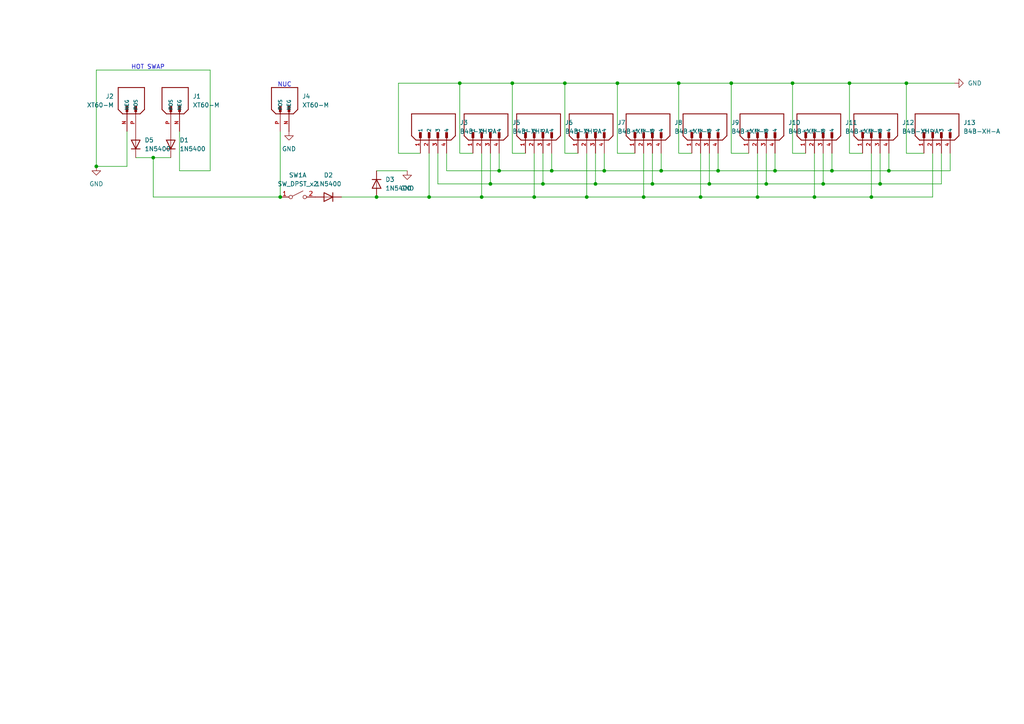
<source format=kicad_sch>
(kicad_sch (version 20231120) (generator "eeschema") (generator_version "8.0")
  (paper "A4")
  (lib_symbols
    (symbol "B4B-XH-A:B4B-XH-A" (pin_names (offset 1.016))
      (property "Reference" "J" (at -2.54 6.35 0))
      (property "Value" "B4B-XH-A" (at -2.54 -10.16 0))
      (symbol "B4B-XH-A_0_0"
        (rectangle (start -3.175 -5.3848) (end -1.5748 -4.7498) (fill (type outline)))
        (rectangle (start -3.175 -2.8448) (end -1.5748 -2.2098) (fill (type outline)))
        (rectangle (start -3.175 -0.3048) (end -1.5748 0.3048) (fill (type outline)))
        (rectangle (start -3.175 2.2098) (end -1.5748 2.8448) (fill (type outline)))
        (polyline (pts (xy -3.81 -6.35) (xy -2.54 -7.62)) (stroke (width 0.254)))
        (polyline (pts (xy -3.81 3.81) (xy -3.81 -6.35)) (stroke (width 0.254)))
        (polyline (pts (xy -3.81 3.81) (xy -2.54 5.08)) (stroke (width 0.254)))
        (polyline (pts (xy -2.54 -7.62) (xy 3.81 -7.62)) (stroke (width 0.254)))
        (polyline (pts (xy 3.81 -7.62) (xy 3.81 5.08)) (stroke (width 0.254)))
        (polyline (pts (xy 3.81 5.08) (xy -2.54 5.08)) (stroke (width 0.254)))
        (pin passive line (at -7.62 2.54 0) (length 5.08) (name "1") (number "1"))
        (pin passive line (at -7.62 0 0) (length 5.08) (name "2") (number "2"))
        (pin passive line (at -7.62 -2.54 0) (length 5.08) (name "3") (number "3"))
        (pin passive line (at -7.62 -5.08 0) (length 5.08) (name "4") (number "4"))
      )
    )
    (symbol "Diode:1N5400" (pin_numbers hide) (pin_names hide)
      (property "Reference" "D" (at 0 2.54 0))
      (property "Value" "1N5400" (at 0 -2.54 0))
      (symbol "1N5400_0_1"
        (polyline (pts (xy -1.27 1.27) (xy -1.27 -1.27)) (stroke (width 0.254)))
        (polyline (pts (xy 1.27 0) (xy -1.27 0)))
        (polyline (pts (xy 1.27 1.27) (xy 1.27 -1.27) (xy -1.27 0) (xy 1.27 1.27)) (stroke (width 0.254)))
      )
      (symbol "1N5400_1_1"
        (pin passive line (at -3.81 0 0) (length 2.54) (name "K") (number "1"))
        (pin passive line (at 3.81 0 180) (length 2.54) (name "A") (number "2"))
      )
    )
    (symbol "Switch:SW_DPST_x2" (pin_names (offset 0) hide)
      (property "Reference" "SW" (at 0 3.175 0))
      (property "Value" "SW_DPST_x2" (at 0 -2.54 0))
      (symbol "SW_DPST_x2_0_0"
        (circle (center -2.032 0) (radius 0.508))
        (polyline (pts (xy -1.524 0.254) (xy 1.524 1.778)))
        (circle (center 2.032 0) (radius 0.508))
      )
      (symbol "SW_DPST_x2_1_1"
        (pin passive line (at -5.08 0 0) (length 2.54) (name "A") (number "1"))
        (pin passive line (at 5.08 0 180) (length 2.54) (name "B") (number "2"))
      )
      (symbol "SW_DPST_x2_2_1"
        (pin passive line (at -5.08 0 0) (length 2.54) (name "A") (number "3"))
        (pin passive line (at 5.08 0 180) (length 2.54) (name "B") (number "4"))
      )
    )
    (symbol "XT60-M:XT60-M" (pin_names (offset 1.016))
      (property "Reference" "J" (at 0 6.35 0))
      (property "Value" "XT60-M" (at 0 -5.08 0))
      (symbol "XT60-M_0_0"
        (polyline (pts (xy 0 -1.27) (xy 1.27 -2.54)) (stroke (width 0.254)))
        (polyline (pts (xy 0 0) (xy 1.905 0)) (stroke (width 0.254)))
        (polyline (pts (xy 0 2.54) (xy 0 -1.27)) (stroke (width 0.254)))
        (polyline (pts (xy 0 2.54) (xy 1.905 2.54)) (stroke (width 0.254)))
        (polyline (pts (xy 0 3.81) (xy 0 2.54)) (stroke (width 0.254)))
        (polyline (pts (xy 0 3.81) (xy 1.27 5.08)) (stroke (width 0.254)))
        (polyline (pts (xy 1.27 -2.54) (xy 7.62 -2.54)) (stroke (width 0.254)))
        (polyline (pts (xy 7.62 -2.54) (xy 7.62 5.08)) (stroke (width 0.254)))
        (polyline (pts (xy 7.62 5.08) (xy 1.27 5.08)) (stroke (width 0.254)))
        (rectangle (start 0.6096 -0.3048) (end 2.2098 0.3048) (fill (type outline)))
        (rectangle (start 0.6096 2.2098) (end 2.2098 2.8448) (fill (type outline)))
        (pin passive line (at -5.08 0 0) (length 5.08) (name "NEG") (number "N"))
        (pin passive line (at -5.08 2.54 0) (length 5.08) (name "POS") (number "P"))
      )
    )
    (symbol "power:GND" (power) (pin_numbers hide) (pin_names (offset 0) hide)
      (property "Value" "GND" (at 0 -3.81 0))
      (symbol "GND_0_1"
        (polyline (pts (xy 0 0) (xy 0 -1.27) (xy 1.27 -1.27) (xy 0 -2.54) (xy -1.27 -1.27) (xy 0 -1.27)))
      )
      (symbol "GND_1_1"
        (pin power_in line (at 0 0 270) (length 0) (name "~") (number "1"))
      )
    )
  )
  (junction (at 229.87 24.13))
  (junction (at 236.22 57.15))
  (junction (at 257.81 49.53))
  (junction (at 124.46 57.15))
  (junction (at 186.69 57.15))
  (junction (at 252.73 57.15))
  (junction (at 157.48 53.34))
  (junction (at 170.18 57.15))
  (junction (at 205.74 53.34))
  (junction (at 160.02 49.53))
  (junction (at 81.28 57.15))
  (junction (at 262.89 24.13))
  (junction (at 246.38 24.13))
  (junction (at 238.76 53.34))
  (junction (at 203.2 57.15))
  (junction (at 224.79 49.53))
  (junction (at 139.7 57.15))
  (junction (at 163.83 24.13))
  (junction (at 196.85 24.13))
  (junction (at 212.09 24.13))
  (junction (at 148.59 24.13))
  (junction (at 208.28 49.53))
  (junction (at 219.71 57.15))
  (junction (at 255.27 53.34))
  (junction (at 44.45 45.72))
  (junction (at 133.35 24.13))
  (junction (at 241.3 49.53))
  (junction (at 175.26 49.53))
  (junction (at 142.24 53.34))
  (junction (at 154.94 57.15))
  (junction (at 172.72 53.34))
  (junction (at 27.94 48.26))
  (junction (at 191.77 49.53))
  (junction (at 144.78 49.53))
  (junction (at 179.07 24.13))
  (junction (at 189.23 53.34))
  (junction (at 222.25 53.34))
  (junction (at 109.22 57.15))
  (wire (pts (xy 212.09 24.13) (xy 229.87 24.13)))
  (wire (pts (xy 36.83 48.26) (xy 36.83 38.1)))
  (wire (pts (xy 275.59 49.53) (xy 275.59 44.45)))
  (wire (pts (xy 167.64 44.45) (xy 163.83 44.45)))
  (wire (pts (xy 196.85 24.13) (xy 212.09 24.13)))
  (wire (pts (xy 257.81 49.53) (xy 275.59 49.53)))
  (wire (pts (xy 196.85 44.45) (xy 196.85 24.13)))
  (wire (pts (xy 60.96 20.32) (xy 27.94 20.32)))
  (wire (pts (xy 133.35 24.13) (xy 148.59 24.13)))
  (wire (pts (xy 133.35 24.13) (xy 133.35 44.45)))
  (wire (pts (xy 27.94 48.26) (xy 36.83 48.26)))
  (wire (pts (xy 252.73 44.45) (xy 252.73 57.15)))
  (wire (pts (xy 160.02 49.53) (xy 175.26 49.53)))
  (wire (pts (xy 44.45 45.72) (xy 49.53 45.72)))
  (wire (pts (xy 200.66 44.45) (xy 196.85 44.45)))
  (wire (pts (xy 203.2 44.45) (xy 203.2 57.15)))
  (wire (pts (xy 175.26 49.53) (xy 191.77 49.53)))
  (wire (pts (xy 99.06 57.15) (xy 109.22 57.15)))
  (wire (pts (xy 179.07 24.13) (xy 196.85 24.13)))
  (wire (pts (xy 81.28 57.15) (xy 44.45 57.15)))
  (wire (pts (xy 129.54 44.45) (xy 129.54 49.53)))
  (wire (pts (xy 139.7 44.45) (xy 139.7 57.15)))
  (wire (pts (xy 229.87 44.45) (xy 229.87 24.13)))
  (wire (pts (xy 208.28 49.53) (xy 224.79 49.53)))
  (wire (pts (xy 142.24 44.45) (xy 142.24 53.34)))
  (wire (pts (xy 115.57 24.13) (xy 133.35 24.13)))
  (wire (pts (xy 137.16 44.45) (xy 133.35 44.45)))
  (wire (pts (xy 172.72 53.34) (xy 189.23 53.34)))
  (wire (pts (xy 81.28 38.1) (xy 81.28 57.15)))
  (wire (pts (xy 222.25 53.34) (xy 238.76 53.34)))
  (wire (pts (xy 170.18 44.45) (xy 170.18 57.15)))
  (wire (pts (xy 262.89 44.45) (xy 262.89 24.13)))
  (wire (pts (xy 109.22 57.15) (xy 124.46 57.15)))
  (wire (pts (xy 203.2 57.15) (xy 219.71 57.15)))
  (wire (pts (xy 127 44.45) (xy 127 53.34)))
  (wire (pts (xy 186.69 44.45) (xy 186.69 57.15)))
  (wire (pts (xy 121.92 44.45) (xy 115.57 44.45)))
  (wire (pts (xy 124.46 44.45) (xy 124.46 57.15)))
  (wire (pts (xy 224.79 49.53) (xy 241.3 49.53)))
  (wire (pts (xy 160.02 44.45) (xy 160.02 49.53)))
  (wire (pts (xy 170.18 57.15) (xy 186.69 57.15)))
  (wire (pts (xy 205.74 44.45) (xy 205.74 53.34)))
  (wire (pts (xy 124.46 57.15) (xy 139.7 57.15)))
  (wire (pts (xy 224.79 44.45) (xy 224.79 49.53)))
  (wire (pts (xy 236.22 44.45) (xy 236.22 57.15)))
  (wire (pts (xy 219.71 57.15) (xy 236.22 57.15)))
  (wire (pts (xy 39.37 45.72) (xy 44.45 45.72)))
  (wire (pts (xy 52.07 38.1) (xy 52.07 49.53)))
  (wire (pts (xy 219.71 44.45) (xy 219.71 57.15)))
  (wire (pts (xy 142.24 53.34) (xy 157.48 53.34)))
  (wire (pts (xy 127 53.34) (xy 142.24 53.34)))
  (wire (pts (xy 238.76 53.34) (xy 255.27 53.34)))
  (wire (pts (xy 241.3 44.45) (xy 241.3 49.53)))
  (wire (pts (xy 144.78 49.53) (xy 160.02 49.53)))
  (wire (pts (xy 152.4 44.45) (xy 148.59 44.45)))
  (wire (pts (xy 250.19 44.45) (xy 246.38 44.45)))
  (wire (pts (xy 217.17 44.45) (xy 212.09 44.45)))
  (wire (pts (xy 44.45 57.15) (xy 44.45 45.72)))
  (wire (pts (xy 27.94 20.32) (xy 27.94 48.26)))
  (wire (pts (xy 163.83 44.45) (xy 163.83 24.13)))
  (wire (pts (xy 189.23 53.34) (xy 205.74 53.34)))
  (wire (pts (xy 52.07 49.53) (xy 60.96 49.53)))
  (wire (pts (xy 157.48 53.34) (xy 172.72 53.34)))
  (wire (pts (xy 154.94 44.45) (xy 154.94 57.15)))
  (wire (pts (xy 246.38 24.13) (xy 262.89 24.13)))
  (wire (pts (xy 233.68 44.45) (xy 229.87 44.45)))
  (wire (pts (xy 238.76 44.45) (xy 238.76 53.34)))
  (wire (pts (xy 60.96 49.53) (xy 60.96 20.32)))
  (wire (pts (xy 241.3 49.53) (xy 257.81 49.53)))
  (wire (pts (xy 229.87 24.13) (xy 246.38 24.13)))
  (wire (pts (xy 191.77 49.53) (xy 208.28 49.53)))
  (wire (pts (xy 255.27 44.45) (xy 255.27 53.34)))
  (wire (pts (xy 262.89 24.13) (xy 276.86 24.13)))
  (wire (pts (xy 255.27 53.34) (xy 273.05 53.34)))
  (wire (pts (xy 189.23 44.45) (xy 189.23 53.34)))
  (wire (pts (xy 148.59 24.13) (xy 163.83 24.13)))
  (wire (pts (xy 273.05 44.45) (xy 273.05 53.34)))
  (wire (pts (xy 115.57 44.45) (xy 115.57 24.13)))
  (wire (pts (xy 139.7 57.15) (xy 154.94 57.15)))
  (wire (pts (xy 148.59 24.13) (xy 148.59 44.45)))
  (wire (pts (xy 212.09 44.45) (xy 212.09 24.13)))
  (wire (pts (xy 179.07 44.45) (xy 179.07 24.13)))
  (wire (pts (xy 154.94 57.15) (xy 170.18 57.15)))
  (wire (pts (xy 246.38 44.45) (xy 246.38 24.13)))
  (wire (pts (xy 205.74 53.34) (xy 222.25 53.34)))
  (wire (pts (xy 172.72 44.45) (xy 172.72 53.34)))
  (wire (pts (xy 144.78 44.45) (xy 144.78 49.53)))
  (wire (pts (xy 191.77 44.45) (xy 191.77 49.53)))
  (wire (pts (xy 252.73 57.15) (xy 270.51 57.15)))
  (wire (pts (xy 184.15 44.45) (xy 179.07 44.45)))
  (wire (pts (xy 267.97 44.45) (xy 262.89 44.45)))
  (wire (pts (xy 109.22 49.53) (xy 118.11 49.53)))
  (wire (pts (xy 186.69 57.15) (xy 203.2 57.15)))
  (wire (pts (xy 163.83 24.13) (xy 179.07 24.13)))
  (wire (pts (xy 270.51 57.15) (xy 270.51 44.45)))
  (wire (pts (xy 222.25 44.45) (xy 222.25 53.34)))
  (wire (pts (xy 236.22 57.15) (xy 252.73 57.15)))
  (wire (pts (xy 257.81 44.45) (xy 257.81 49.53)))
  (wire (pts (xy 129.54 49.53) (xy 144.78 49.53)))
  (wire (pts (xy 157.48 44.45) (xy 157.48 53.34)))
  (wire (pts (xy 208.28 44.45) (xy 208.28 49.53)))
  (wire (pts (xy 175.26 44.45) (xy 175.26 49.53)))
  (text "NUC\n" (at 82.55 24.638 0) (effects (font (size 1.27 1.27))))
  (text "HOT SWAP\n" (at 42.926 19.558 0) (effects (font (size 1.27 1.27))))
  (symbol (lib_id "power:GND") (at 83.82 38.1 0) (unit 1)
    (property "Reference" "#PWR02" (effects (hide yes)))
    (property "Value" "GND" (at 83.82 43.18 0))
    (property "Description" "Power symbol creates a global label with name \"GND\" , ground" (effects (hide yes)))
  )
  (symbol (lib_id "power:GND") (at 118.11 49.53 0) (unit 1)
    (property "Reference" "#PWR03" (effects (hide yes)))
    (property "Value" "GND" (at 118.11 54.61 0))
    (property "Description" "Power symbol creates a global label with name \"GND\" , ground" (effects (hide yes)))
  )
  (symbol (lib_id "Switch:SW_DPST_x2") (at 86.36 57.15 0) (unit 1)
    (property "Reference" "SW1" (at 86.36 50.8 0))
    (property "Value" "SW_DPST_x2" (at 86.36 53.34 0))
    (property "Description" "Single Pole Single Throw (SPST) switch, separate symbol" (effects (hide yes)))
  )
  (symbol (lib_id "B4B-XH-A:B4B-XH-A") (at 154.94 36.83 90) (unit 1)
    (property "Reference" "J6" (at 163.83 35.5599 90) (effects (justify right)))
    (property "Value" "B4B-XH-A" (at 163.83 38.0999 90) (effects (justify right)))
    (property "Footprint" "JST_B4B-XH-A" (effects (hide yes)))
    (property "MF" "JST Sales" (effects (hide yes)))
    (property "MAXIMUM_PACKAGE_HEIGHT" "7.00 mm" (effects (hide yes)))
    (property "Package" "None" (effects (hide yes)))
    (property "Price" "None" (effects (hide yes)))
    (property "Check_prices" "https://www.snapeda.com/parts/B4B-XH-A/JST+Sales+America+Inc./view-part/?ref=eda" (effects (hide yes)))
    (property "STANDARD" "Manufacturer Recommendations" (effects (hide yes)))
    (property "PARTREV" "7/4/21" (effects (hide yes)))
    (property "SnapEDA_Link" "https://www.snapeda.com/parts/B4B-XH-A/JST+Sales+America+Inc./view-part/?ref=snap" (effects (hide yes)))
    (property "MP" "B4B-XH-A" (effects (hide yes)))
    (property "Description_1" "\\nConnector Header Through Hole 4 position 0.098 (2.50mm)\\n" (effects (hide yes)))
    (property "Availability" "In Stock" (effects (hide yes)))
    (property "MANUFACTURER" "JST" (effects (hide yes)))
  )
  (symbol (lib_id "power:GND") (at 276.86 24.13 90) (unit 1)
    (property "Reference" "#PWR04" (effects (hide yes)))
    (property "Value" "GND" (at 280.67 24.1299 90) (effects (justify right)))
    (property "Description" "Power symbol creates a global label with name \"GND\" , ground" (effects (hide yes)))
  )
  (symbol (lib_id "Diode:1N5400") (at 39.37 41.91 90) (unit 1)
    (property "Reference" "D5" (at 41.91 40.6399 90) (effects (justify right)))
    (property "Value" "1N5400" (at 41.91 43.1799 90) (effects (justify right)))
    (property "Footprint" "Diode_THT:D_DO-201AD_P15.24mm_Horizontal" (effects (hide yes)))
    (property "Datasheet" "http://www.vishay.com/docs/88516/1n5400.pdf" (effects (hide yes)))
    (property "Description" "50V 3A General Purpose Rectifier Diode, DO-201AD" (effects (hide yes)))
    (property "Sim.Device" "D" (effects (hide yes)))
    (property "Sim.Pins" "1=K 2=A" (effects (hide yes)))
  )
  (symbol (lib_id "B4B-XH-A:B4B-XH-A") (at 186.69 36.83 90) (unit 1)
    (property "Reference" "J8" (at 195.58 35.5599 90) (effects (justify right)))
    (property "Value" "B4B-XH-A" (at 195.58 38.0999 90) (effects (justify right)))
    (property "Footprint" "JST_B4B-XH-A" (effects (hide yes)))
    (property "MF" "JST Sales" (effects (hide yes)))
    (property "MAXIMUM_PACKAGE_HEIGHT" "7.00 mm" (effects (hide yes)))
    (property "Package" "None" (effects (hide yes)))
    (property "Price" "None" (effects (hide yes)))
    (property "Check_prices" "https://www.snapeda.com/parts/B4B-XH-A/JST+Sales+America+Inc./view-part/?ref=eda" (effects (hide yes)))
    (property "STANDARD" "Manufacturer Recommendations" (effects (hide yes)))
    (property "PARTREV" "7/4/21" (effects (hide yes)))
    (property "SnapEDA_Link" "https://www.snapeda.com/parts/B4B-XH-A/JST+Sales+America+Inc./view-part/?ref=snap" (effects (hide yes)))
    (property "MP" "B4B-XH-A" (effects (hide yes)))
    (property "Description_1" "\\nConnector Header Through Hole 4 position 0.098 (2.50mm)\\n" (effects (hide yes)))
    (property "Availability" "In Stock" (effects (hide yes)))
    (property "MANUFACTURER" "JST" (effects (hide yes)))
  )
  (symbol (lib_id "B4B-XH-A:B4B-XH-A") (at 170.18 36.83 90) (unit 1)
    (property "Reference" "J7" (at 179.07 35.5599 90) (effects (justify right)))
    (property "Value" "B4B-XH-A" (at 179.07 38.0999 90) (effects (justify right)))
    (property "Footprint" "JST_B4B-XH-A" (effects (hide yes)))
    (property "MF" "JST Sales" (effects (hide yes)))
    (property "MAXIMUM_PACKAGE_HEIGHT" "7.00 mm" (effects (hide yes)))
    (property "Package" "None" (effects (hide yes)))
    (property "Price" "None" (effects (hide yes)))
    (property "Check_prices" "https://www.snapeda.com/parts/B4B-XH-A/JST+Sales+America+Inc./view-part/?ref=eda" (effects (hide yes)))
    (property "STANDARD" "Manufacturer Recommendations" (effects (hide yes)))
    (property "PARTREV" "7/4/21" (effects (hide yes)))
    (property "SnapEDA_Link" "https://www.snapeda.com/parts/B4B-XH-A/JST+Sales+America+Inc./view-part/?ref=snap" (effects (hide yes)))
    (property "MP" "B4B-XH-A" (effects (hide yes)))
    (property "Description_1" "\\nConnector Header Through Hole 4 position 0.098 (2.50mm)\\n" (effects (hide yes)))
    (property "Availability" "In Stock" (effects (hide yes)))
    (property "MANUFACTURER" "JST" (effects (hide yes)))
  )
  (symbol (lib_id "B4B-XH-A:B4B-XH-A") (at 124.46 36.83 90) (unit 1)
    (property "Reference" "J3" (at 133.35 35.5599 90) (effects (justify right)))
    (property "Value" "B4B-XH-A" (at 133.35 38.0999 90) (effects (justify right)))
    (property "Footprint" "JST_B4B-XH-A" (effects (hide yes)))
    (property "MF" "JST Sales" (effects (hide yes)))
    (property "MAXIMUM_PACKAGE_HEIGHT" "7.00 mm" (effects (hide yes)))
    (property "Package" "None" (effects (hide yes)))
    (property "Price" "None" (effects (hide yes)))
    (property "Check_prices" "https://www.snapeda.com/parts/B4B-XH-A/JST+Sales+America+Inc./view-part/?ref=eda" (effects (hide yes)))
    (property "STANDARD" "Manufacturer Recommendations" (effects (hide yes)))
    (property "PARTREV" "7/4/21" (effects (hide yes)))
    (property "SnapEDA_Link" "https://www.snapeda.com/parts/B4B-XH-A/JST+Sales+America+Inc./view-part/?ref=snap" (effects (hide yes)))
    (property "MP" "B4B-XH-A" (effects (hide yes)))
    (property "Description_1" "\\nConnector Header Through Hole 4 position 0.098 (2.50mm)\\n" (effects (hide yes)))
    (property "Availability" "In Stock" (effects (hide yes)))
    (property "MANUFACTURER" "JST" (effects (hide yes)))
  )
  (symbol (lib_id "B4B-XH-A:B4B-XH-A") (at 252.73 36.83 90) (unit 1)
    (property "Reference" "J12" (at 261.62 35.5599 90) (effects (justify right)))
    (property "Value" "B4B-XH-A" (at 261.62 38.0999 90) (effects (justify right)))
    (property "Footprint" "JST_B4B-XH-A" (effects (hide yes)))
    (property "MF" "JST Sales" (effects (hide yes)))
    (property "MAXIMUM_PACKAGE_HEIGHT" "7.00 mm" (effects (hide yes)))
    (property "Package" "None" (effects (hide yes)))
    (property "Price" "None" (effects (hide yes)))
    (property "Check_prices" "https://www.snapeda.com/parts/B4B-XH-A/JST+Sales+America+Inc./view-part/?ref=eda" (effects (hide yes)))
    (property "STANDARD" "Manufacturer Recommendations" (effects (hide yes)))
    (property "PARTREV" "7/4/21" (effects (hide yes)))
    (property "SnapEDA_Link" "https://www.snapeda.com/parts/B4B-XH-A/JST+Sales+America+Inc./view-part/?ref=snap" (effects (hide yes)))
    (property "MP" "B4B-XH-A" (effects (hide yes)))
    (property "Description_1" "\\nConnector Header Through Hole 4 position 0.098 (2.50mm)\\n" (effects (hide yes)))
    (property "Availability" "In Stock" (effects (hide yes)))
    (property "MANUFACTURER" "JST" (effects (hide yes)))
  )
  (symbol (lib_id "B4B-XH-A:B4B-XH-A") (at 236.22 36.83 90) (unit 1)
    (property "Reference" "J11" (at 245.11 35.5599 90) (effects (justify right)))
    (property "Value" "B4B-XH-A" (at 245.11 38.0999 90) (effects (justify right)))
    (property "Footprint" "JST_B4B-XH-A" (effects (hide yes)))
    (property "MF" "JST Sales" (effects (hide yes)))
    (property "MAXIMUM_PACKAGE_HEIGHT" "7.00 mm" (effects (hide yes)))
    (property "Package" "None" (effects (hide yes)))
    (property "Price" "None" (effects (hide yes)))
    (property "Check_prices" "https://www.snapeda.com/parts/B4B-XH-A/JST+Sales+America+Inc./view-part/?ref=eda" (effects (hide yes)))
    (property "STANDARD" "Manufacturer Recommendations" (effects (hide yes)))
    (property "PARTREV" "7/4/21" (effects (hide yes)))
    (property "SnapEDA_Link" "https://www.snapeda.com/parts/B4B-XH-A/JST+Sales+America+Inc./view-part/?ref=snap" (effects (hide yes)))
    (property "MP" "B4B-XH-A" (effects (hide yes)))
    (property "Description_1" "\\nConnector Header Through Hole 4 position 0.098 (2.50mm)\\n" (effects (hide yes)))
    (property "Availability" "In Stock" (effects (hide yes)))
    (property "MANUFACTURER" "JST" (effects (hide yes)))
  )
  (symbol (lib_id "B4B-XH-A:B4B-XH-A") (at 203.2 36.83 90) (unit 1)
    (property "Reference" "J9" (at 212.09 35.5599 90) (effects (justify right)))
    (property "Value" "B4B-XH-A" (at 212.09 38.0999 90) (effects (justify right)))
    (property "Footprint" "JST_B4B-XH-A" (effects (hide yes)))
    (property "MF" "JST Sales" (effects (hide yes)))
    (property "MAXIMUM_PACKAGE_HEIGHT" "7.00 mm" (effects (hide yes)))
    (property "Package" "None" (effects (hide yes)))
    (property "Price" "None" (effects (hide yes)))
    (property "Check_prices" "https://www.snapeda.com/parts/B4B-XH-A/JST+Sales+America+Inc./view-part/?ref=eda" (effects (hide yes)))
    (property "STANDARD" "Manufacturer Recommendations" (effects (hide yes)))
    (property "PARTREV" "7/4/21" (effects (hide yes)))
    (property "SnapEDA_Link" "https://www.snapeda.com/parts/B4B-XH-A/JST+Sales+America+Inc./view-part/?ref=snap" (effects (hide yes)))
    (property "MP" "B4B-XH-A" (effects (hide yes)))
    (property "Description_1" "\\nConnector Header Through Hole 4 position 0.098 (2.50mm)\\n" (effects (hide yes)))
    (property "Availability" "In Stock" (effects (hide yes)))
    (property "MANUFACTURER" "JST" (effects (hide yes)))
  )
  (symbol (lib_id "XT60-M:XT60-M") (at 52.07 33.02 90) (unit 1)
    (property "Reference" "J1" (at 55.88 27.9399 90) (effects (justify right)))
    (property "Value" "XT60-M" (at 55.88 30.4799 90) (effects (justify right)))
    (property "Footprint" "AMASS_XT60-M" (effects (hide yes)))
    (property "MF" "AMASS" (effects (hide yes)))
    (property "MAXIMUM_PACKAGE_HEIGHT" "16.00 mm" (effects (hide yes)))
    (property "Package" "Package" (effects (hide yes)))
    (property "Price" "None" (effects (hide yes)))
    (property "Check_prices" "https://www.snapeda.com/parts/XT60-M/AMASS/view-part/?ref=eda" (effects (hide yes)))
    (property "STANDARD" "IPC 7351B" (effects (hide yes)))
    (property "PARTREV" "V1.2" (effects (hide yes)))
    (property "SnapEDA_Link" "https://www.snapeda.com/parts/XT60-M/AMASS/view-part/?ref=snap" (effects (hide yes)))
    (property "MP" "XT60-M" (effects (hide yes)))
    (property "Description_1" "\\nPlug; DC supply; XT60; male; PIN: 2; for cable; soldered; 30A; 500V\\n" (effects (hide yes)))
    (property "Availability" "Not in stock" (effects (hide yes)))
    (property "MANUFACTURER" "AMASS" (effects (hide yes)))
  )
  (symbol (lib_id "B4B-XH-A:B4B-XH-A") (at 270.51 36.83 90) (unit 1)
    (property "Reference" "J13" (at 279.4 35.5599 90) (effects (justify right)))
    (property "Value" "B4B-XH-A" (at 279.4 38.0999 90) (effects (justify right)))
    (property "Footprint" "JST_B4B-XH-A" (effects (hide yes)))
    (property "MF" "JST Sales" (effects (hide yes)))
    (property "MAXIMUM_PACKAGE_HEIGHT" "7.00 mm" (effects (hide yes)))
    (property "Package" "None" (effects (hide yes)))
    (property "Price" "None" (effects (hide yes)))
    (property "Check_prices" "https://www.snapeda.com/parts/B4B-XH-A/JST+Sales+America+Inc./view-part/?ref=eda" (effects (hide yes)))
    (property "STANDARD" "Manufacturer Recommendations" (effects (hide yes)))
    (property "PARTREV" "7/4/21" (effects (hide yes)))
    (property "SnapEDA_Link" "https://www.snapeda.com/parts/B4B-XH-A/JST+Sales+America+Inc./view-part/?ref=snap" (effects (hide yes)))
    (property "MP" "B4B-XH-A" (effects (hide yes)))
    (property "Description_1" "\\nConnector Header Through Hole 4 position 0.098 (2.50mm)\\n" (effects (hide yes)))
    (property "Availability" "In Stock" (effects (hide yes)))
    (property "MANUFACTURER" "JST" (effects (hide yes)))
  )
  (symbol (lib_id "Diode:1N5400") (at 95.25 57.15 180) (unit 1)
    (property "Reference" "D2" (at 95.25 50.8 0))
    (property "Value" "1N5400" (at 95.25 53.34 0))
    (property "Footprint" "Diode_THT:D_DO-201AD_P15.24mm_Horizontal" (effects (hide yes)))
    (property "Datasheet" "http://www.vishay.com/docs/88516/1n5400.pdf" (effects (hide yes)))
    (property "Description" "50V 3A General Purpose Rectifier Diode, DO-201AD" (effects (hide yes)))
    (property "Sim.Device" "D" (effects (hide yes)))
    (property "Sim.Pins" "1=K 2=A" (effects (hide yes)))
  )
  (symbol (lib_id "B4B-XH-A:B4B-XH-A") (at 139.7 36.83 90) (unit 1)
    (property "Reference" "J5" (at 148.59 35.5599 90) (effects (justify right)))
    (property "Value" "B4B-XH-A" (at 148.59 38.0999 90) (effects (justify right)))
    (property "Footprint" "JST_B4B-XH-A" (effects (hide yes)))
    (property "MF" "JST Sales" (effects (hide yes)))
    (property "MAXIMUM_PACKAGE_HEIGHT" "7.00 mm" (effects (hide yes)))
    (property "Package" "None" (effects (hide yes)))
    (property "Price" "None" (effects (hide yes)))
    (property "Check_prices" "https://www.snapeda.com/parts/B4B-XH-A/JST+Sales+America+Inc./view-part/?ref=eda" (effects (hide yes)))
    (property "STANDARD" "Manufacturer Recommendations" (effects (hide yes)))
    (property "PARTREV" "7/4/21" (effects (hide yes)))
    (property "SnapEDA_Link" "https://www.snapeda.com/parts/B4B-XH-A/JST+Sales+America+Inc./view-part/?ref=snap" (effects (hide yes)))
    (property "MP" "B4B-XH-A" (effects (hide yes)))
    (property "Description_1" "\\nConnector Header Through Hole 4 position 0.098 (2.50mm)\\n" (effects (hide yes)))
    (property "Availability" "In Stock" (effects (hide yes)))
    (property "MANUFACTURER" "JST" (effects (hide yes)))
  )
  (symbol (lib_id "Diode:1N5400") (at 49.53 41.91 90) (unit 1)
    (property "Reference" "D1" (at 52.07 40.6399 90) (effects (justify right)))
    (property "Value" "1N5400" (at 52.07 43.1799 90) (effects (justify right)))
    (property "Footprint" "Diode_THT:D_DO-201AD_P15.24mm_Horizontal" (effects (hide yes)))
    (property "Datasheet" "http://www.vishay.com/docs/88516/1n5400.pdf" (effects (hide yes)))
    (property "Description" "50V 3A General Purpose Rectifier Diode, DO-201AD" (effects (hide yes)))
    (property "Sim.Device" "D" (effects (hide yes)))
    (property "Sim.Pins" "1=K 2=A" (effects (hide yes)))
  )
  (symbol (lib_id "Diode:1N5400") (at 109.22 53.34 270) (unit 1)
    (property "Reference" "D3" (at 111.76 52.0699 90) (effects (justify left)))
    (property "Value" "1N5400" (at 111.76 54.6099 90) (effects (justify left)))
    (property "Footprint" "Diode_THT:D_DO-201AD_P15.24mm_Horizontal" (effects (hide yes)))
    (property "Datasheet" "http://www.vishay.com/docs/88516/1n5400.pdf" (effects (hide yes)))
    (property "Description" "50V 3A General Purpose Rectifier Diode, DO-201AD" (effects (hide yes)))
    (property "Sim.Device" "D" (effects (hide yes)))
    (property "Sim.Pins" "1=K 2=A" (effects (hide yes)))
  )
  (symbol (lib_id "XT60-M:XT60-M") (at 36.83 33.02 270) (mirror x) (unit 1)
    (property "Reference" "J2" (at 33.02 27.9399 90) (effects (justify right)))
    (property "Value" "XT60-M" (at 33.02 30.4799 90) (effects (justify right)))
    (property "Footprint" "AMASS_XT60-M" (effects (hide yes)))
    (property "MF" "AMASS" (effects (hide yes)))
    (property "MAXIMUM_PACKAGE_HEIGHT" "16.00 mm" (effects (hide yes)))
    (property "Package" "Package" (effects (hide yes)))
    (property "Price" "None" (effects (hide yes)))
    (property "Check_prices" "https://www.snapeda.com/parts/XT60-M/AMASS/view-part/?ref=eda" (effects (hide yes)))
    (property "STANDARD" "IPC 7351B" (effects (hide yes)))
    (property "PARTREV" "V1.2" (effects (hide yes)))
    (property "SnapEDA_Link" "https://www.snapeda.com/parts/XT60-M/AMASS/view-part/?ref=snap" (effects (hide yes)))
    (property "MP" "XT60-M" (effects (hide yes)))
    (property "Description_1" "\\nPlug; DC supply; XT60; male; PIN: 2; for cable; soldered; 30A; 500V\\n" (effects (hide yes)))
    (property "Availability" "Not in stock" (effects (hide yes)))
    (property "MANUFACTURER" "AMASS" (effects (hide yes)))
  )
  (symbol (lib_id "XT60-M:XT60-M") (at 83.82 33.02 90) (unit 1)
    (property "Reference" "J4" (at 87.63 27.9399 90) (effects (justify right)))
    (property "Value" "XT60-M" (at 87.63 30.4799 90) (effects (justify right)))
    (property "Footprint" "AMASS_XT60-M" (effects (hide yes)))
    (property "MF" "AMASS" (effects (hide yes)))
    (property "MAXIMUM_PACKAGE_HEIGHT" "16.00 mm" (effects (hide yes)))
    (property "Package" "Package" (effects (hide yes)))
    (property "Price" "None" (effects (hide yes)))
    (property "Check_prices" "https://www.snapeda.com/parts/XT60-M/AMASS/view-part/?ref=eda" (effects (hide yes)))
    (property "STANDARD" "IPC 7351B" (effects (hide yes)))
    (property "PARTREV" "V1.2" (effects (hide yes)))
    (property "SnapEDA_Link" "https://www.snapeda.com/parts/XT60-M/AMASS/view-part/?ref=snap" (effects (hide yes)))
    (property "MP" "XT60-M" (effects (hide yes)))
    (property "Description_1" "\\nPlug; DC supply; XT60; male; PIN: 2; for cable; soldered; 30A; 500V\\n" (effects (hide yes)))
    (property "Availability" "Not in stock" (effects (hide yes)))
    (property "MANUFACTURER" "AMASS" (effects (hide yes)))
  )
  (symbol (lib_id "B4B-XH-A:B4B-XH-A") (at 219.71 36.83 90) (unit 1)
    (property "Reference" "J10" (at 228.6 35.5599 90) (effects (justify right)))
    (property "Value" "B4B-XH-A" (at 228.6 38.0999 90) (effects (justify right)))
    (property "Footprint" "JST_B4B-XH-A" (effects (hide yes)))
    (property "MF" "JST Sales" (effects (hide yes)))
    (property "MAXIMUM_PACKAGE_HEIGHT" "7.00 mm" (effects (hide yes)))
    (property "Package" "None" (effects (hide yes)))
    (property "Price" "None" (effects (hide yes)))
    (property "Check_prices" "https://www.snapeda.com/parts/B4B-XH-A/JST+Sales+America+Inc./view-part/?ref=eda" (effects (hide yes)))
    (property "STANDARD" "Manufacturer Recommendations" (effects (hide yes)))
    (property "PARTREV" "7/4/21" (effects (hide yes)))
    (property "SnapEDA_Link" "https://www.snapeda.com/parts/B4B-XH-A/JST+Sales+America+Inc./view-part/?ref=snap" (effects (hide yes)))
    (property "MP" "B4B-XH-A" (effects (hide yes)))
    (property "Description_1" "\\nConnector Header Through Hole 4 position 0.098 (2.50mm)\\n" (effects (hide yes)))
    (property "Availability" "In Stock" (effects (hide yes)))
    (property "MANUFACTURER" "JST" (effects (hide yes)))
  )
  (symbol (lib_id "power:GND") (at 27.94 48.26 0) (unit 1)
    (property "Reference" "#PWR01" (effects (hide yes)))
    (property "Value" "GND" (at 27.94 53.34 0))
    (property "Description" "Power symbol creates a global label with name \"GND\" , ground" (effects (hide yes)))
  )
)
</source>
